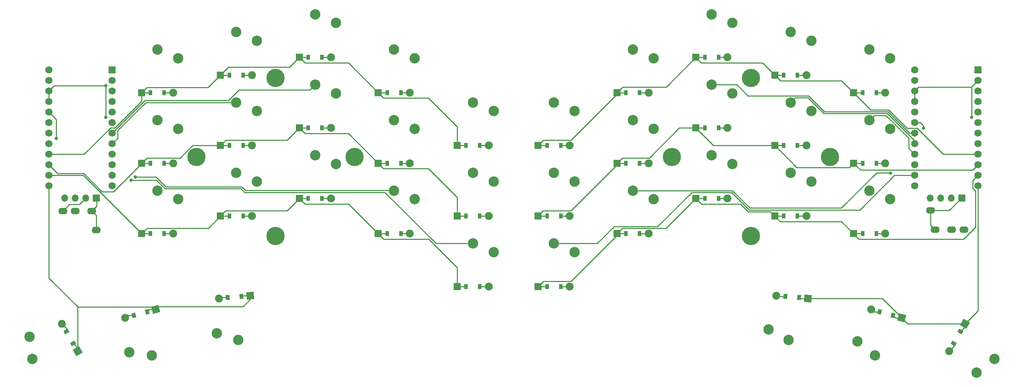
<source format=gbr>
%TF.GenerationSoftware,KiCad,Pcbnew,(6.0.4)*%
%TF.CreationDate,2022-07-03T23:33:08-04:00*%
%TF.ProjectId,glitch36,676c6974-6368-4333-962e-6b696361645f,v1.0.0*%
%TF.SameCoordinates,Original*%
%TF.FileFunction,Copper,L1,Top*%
%TF.FilePolarity,Positive*%
%FSLAX46Y46*%
G04 Gerber Fmt 4.6, Leading zero omitted, Abs format (unit mm)*
G04 Created by KiCad (PCBNEW (6.0.4)) date 2022-07-03 23:33:08*
%MOMM*%
%LPD*%
G01*
G04 APERTURE LIST*
G04 Aperture macros list*
%AMRotRect*
0 Rectangle, with rotation*
0 The origin of the aperture is its center*
0 $1 length*
0 $2 width*
0 $3 Rotation angle, in degrees counterclockwise*
0 Add horizontal line*
21,1,$1,$2,0,0,$3*%
G04 Aperture macros list end*
%TA.AperFunction,ComponentPad*%
%ADD10C,2.500000*%
%TD*%
%TA.AperFunction,SMDPad,CuDef*%
%ADD11R,0.900000X1.200000*%
%TD*%
%TA.AperFunction,ComponentPad*%
%ADD12C,1.905000*%
%TD*%
%TA.AperFunction,ComponentPad*%
%ADD13R,1.778000X1.778000*%
%TD*%
%TA.AperFunction,SMDPad,CuDef*%
%ADD14RotRect,0.900000X1.200000X175.000000*%
%TD*%
%TA.AperFunction,ComponentPad*%
%ADD15RotRect,1.778000X1.778000X175.000000*%
%TD*%
%TA.AperFunction,SMDPad,CuDef*%
%ADD16RotRect,0.900000X1.200000X165.000000*%
%TD*%
%TA.AperFunction,ComponentPad*%
%ADD17RotRect,1.778000X1.778000X165.000000*%
%TD*%
%TA.AperFunction,SMDPad,CuDef*%
%ADD18RotRect,0.900000X1.200000X240.000000*%
%TD*%
%TA.AperFunction,ComponentPad*%
%ADD19RotRect,1.778000X1.778000X240.000000*%
%TD*%
%TA.AperFunction,SMDPad,CuDef*%
%ADD20RotRect,0.900000X1.200000X185.000000*%
%TD*%
%TA.AperFunction,ComponentPad*%
%ADD21RotRect,1.778000X1.778000X185.000000*%
%TD*%
%TA.AperFunction,SMDPad,CuDef*%
%ADD22RotRect,0.900000X1.200000X195.000000*%
%TD*%
%TA.AperFunction,ComponentPad*%
%ADD23RotRect,1.778000X1.778000X195.000000*%
%TD*%
%TA.AperFunction,SMDPad,CuDef*%
%ADD24RotRect,0.900000X1.200000X120.000000*%
%TD*%
%TA.AperFunction,ComponentPad*%
%ADD25RotRect,1.778000X1.778000X120.000000*%
%TD*%
%TA.AperFunction,ComponentPad*%
%ADD26R,1.752600X1.752600*%
%TD*%
%TA.AperFunction,ComponentPad*%
%ADD27C,1.752600*%
%TD*%
%TA.AperFunction,ComponentPad*%
%ADD28O,2.200000X1.600000*%
%TD*%
%TA.AperFunction,ComponentPad*%
%ADD29O,1.700000X1.700000*%
%TD*%
%TA.AperFunction,ComponentPad*%
%ADD30R,1.700000X1.700000*%
%TD*%
%TA.AperFunction,ComponentPad*%
%ADD31C,4.400000*%
%TD*%
%TA.AperFunction,ViaPad*%
%ADD32C,0.800000*%
%TD*%
%TA.AperFunction,Conductor*%
%ADD33C,0.250000*%
%TD*%
G04 APERTURE END LIST*
D10*
%TO.P,S1,1*%
%TO.N,pinky_bottom*%
X5000000Y3800000D03*
%TO.P,S1,2*%
%TO.N,B4*%
X0Y5900000D03*
%TD*%
D11*
%TO.P,D1,1*%
%TO.N,B2*%
X-1650000Y-4500000D03*
%TO.P,D1,2*%
%TO.N,pinky_bottom*%
X1650000Y-4500000D03*
D12*
%TO.P,D1,1*%
X3810000Y-4500000D03*
D13*
%TO.P,D1,2*%
%TO.N,B2*%
X-3810000Y-4500000D03*
%TD*%
D10*
%TO.P,S2,1*%
%TO.N,pinky_home*%
X5000000Y20800000D03*
%TO.P,S2,2*%
%TO.N,B4*%
X0Y22900000D03*
%TD*%
D11*
%TO.P,D2,1*%
%TO.N,B3*%
X-1650000Y12500000D03*
%TO.P,D2,2*%
%TO.N,pinky_home*%
X1650000Y12500000D03*
D12*
%TO.P,D2,1*%
X3810000Y12500000D03*
D13*
%TO.P,D2,2*%
%TO.N,B3*%
X-3810000Y12500000D03*
%TD*%
D10*
%TO.P,S3,1*%
%TO.N,pinky_top*%
X5000000Y37800000D03*
%TO.P,S3,2*%
%TO.N,B4*%
X0Y39900000D03*
%TD*%
D11*
%TO.P,D3,1*%
%TO.N,B1*%
X-1650000Y29500000D03*
%TO.P,D3,2*%
%TO.N,pinky_top*%
X1650000Y29500000D03*
D12*
%TO.P,D3,1*%
X3810000Y29500000D03*
D13*
%TO.P,D3,2*%
%TO.N,B1*%
X-3810000Y29500000D03*
%TD*%
D10*
%TO.P,S4,1*%
%TO.N,ring_bottom*%
X24000000Y16550000D03*
%TO.P,S4,2*%
%TO.N,E6*%
X19000000Y18650000D03*
%TD*%
D11*
%TO.P,D4,1*%
%TO.N,B2*%
X17350000Y8250000D03*
%TO.P,D4,2*%
%TO.N,ring_bottom*%
X20650000Y8250000D03*
D12*
%TO.P,D4,1*%
X22810000Y8250000D03*
D13*
%TO.P,D4,2*%
%TO.N,B2*%
X15190000Y8250000D03*
%TD*%
D10*
%TO.P,S5,1*%
%TO.N,ring_home*%
X24000000Y33550000D03*
%TO.P,S5,2*%
%TO.N,E6*%
X19000000Y35650000D03*
%TD*%
D11*
%TO.P,D5,1*%
%TO.N,B3*%
X17350000Y25250000D03*
%TO.P,D5,2*%
%TO.N,ring_home*%
X20650000Y25250000D03*
D12*
%TO.P,D5,1*%
X22810000Y25250000D03*
D13*
%TO.P,D5,2*%
%TO.N,B3*%
X15190000Y25250000D03*
%TD*%
D10*
%TO.P,S6,1*%
%TO.N,ring_top*%
X24000000Y50550000D03*
%TO.P,S6,2*%
%TO.N,E6*%
X19000000Y52650000D03*
%TD*%
D11*
%TO.P,D6,1*%
%TO.N,B1*%
X17350000Y42250000D03*
%TO.P,D6,2*%
%TO.N,ring_top*%
X20650000Y42250000D03*
D12*
%TO.P,D6,1*%
X22810000Y42250000D03*
D13*
%TO.P,D6,2*%
%TO.N,B1*%
X15190000Y42250000D03*
%TD*%
D10*
%TO.P,S7,1*%
%TO.N,middle_bottom*%
X43000000Y25050000D03*
%TO.P,S7,2*%
%TO.N,D4*%
X38000000Y27150000D03*
%TD*%
D11*
%TO.P,D7,1*%
%TO.N,B2*%
X36350000Y16750000D03*
%TO.P,D7,2*%
%TO.N,middle_bottom*%
X39650000Y16750000D03*
D12*
%TO.P,D7,1*%
X41810000Y16750000D03*
D13*
%TO.P,D7,2*%
%TO.N,B2*%
X34190000Y16750000D03*
%TD*%
D10*
%TO.P,S8,1*%
%TO.N,middle_home*%
X43000000Y42050000D03*
%TO.P,S8,2*%
%TO.N,D4*%
X38000000Y44150000D03*
%TD*%
D11*
%TO.P,D8,1*%
%TO.N,B3*%
X36350000Y33750000D03*
%TO.P,D8,2*%
%TO.N,middle_home*%
X39650000Y33750000D03*
D12*
%TO.P,D8,1*%
X41810000Y33750000D03*
D13*
%TO.P,D8,2*%
%TO.N,B3*%
X34190000Y33750000D03*
%TD*%
D10*
%TO.P,S9,1*%
%TO.N,middle_top*%
X43000000Y59050000D03*
%TO.P,S9,2*%
%TO.N,D4*%
X38000000Y61150000D03*
%TD*%
D11*
%TO.P,D9,1*%
%TO.N,B1*%
X36350000Y50750000D03*
%TO.P,D9,2*%
%TO.N,middle_top*%
X39650000Y50750000D03*
D12*
%TO.P,D9,1*%
X41810000Y50750000D03*
D13*
%TO.P,D9,2*%
%TO.N,B1*%
X34190000Y50750000D03*
%TD*%
D10*
%TO.P,S10,1*%
%TO.N,index_bottom*%
X62000000Y20800000D03*
%TO.P,S10,2*%
%TO.N,C6*%
X57000000Y22900000D03*
%TD*%
D11*
%TO.P,D10,1*%
%TO.N,B2*%
X55350000Y12500000D03*
%TO.P,D10,2*%
%TO.N,index_bottom*%
X58650000Y12500000D03*
D12*
%TO.P,D10,1*%
X60810000Y12500000D03*
D13*
%TO.P,D10,2*%
%TO.N,B2*%
X53190000Y12500000D03*
%TD*%
D10*
%TO.P,S11,1*%
%TO.N,index_home*%
X62000000Y37800000D03*
%TO.P,S11,2*%
%TO.N,C6*%
X57000000Y39900000D03*
%TD*%
D11*
%TO.P,D11,1*%
%TO.N,B3*%
X55350000Y29500000D03*
%TO.P,D11,2*%
%TO.N,index_home*%
X58650000Y29500000D03*
D12*
%TO.P,D11,1*%
X60810000Y29500000D03*
D13*
%TO.P,D11,2*%
%TO.N,B3*%
X53190000Y29500000D03*
%TD*%
D10*
%TO.P,S12,1*%
%TO.N,index_top*%
X62000000Y54800000D03*
%TO.P,S12,2*%
%TO.N,C6*%
X57000000Y56900000D03*
%TD*%
D11*
%TO.P,D12,1*%
%TO.N,B1*%
X55350000Y46500000D03*
%TO.P,D12,2*%
%TO.N,index_top*%
X58650000Y46500000D03*
D12*
%TO.P,D12,1*%
X60810000Y46500000D03*
D13*
%TO.P,D12,2*%
%TO.N,B1*%
X53190000Y46500000D03*
%TD*%
D10*
%TO.P,S13,1*%
%TO.N,inner_bottom*%
X81000000Y16550000D03*
%TO.P,S13,2*%
%TO.N,D7*%
X76000000Y18650000D03*
%TD*%
D11*
%TO.P,D13,1*%
%TO.N,B2*%
X74350000Y8250000D03*
%TO.P,D13,2*%
%TO.N,inner_bottom*%
X77650000Y8250000D03*
D12*
%TO.P,D13,1*%
X79810000Y8250000D03*
D13*
%TO.P,D13,2*%
%TO.N,B2*%
X72190000Y8250000D03*
%TD*%
D10*
%TO.P,S14,1*%
%TO.N,inner_home*%
X81000000Y33550000D03*
%TO.P,S14,2*%
%TO.N,D7*%
X76000000Y35650000D03*
%TD*%
D11*
%TO.P,D14,1*%
%TO.N,B3*%
X74350000Y25250000D03*
%TO.P,D14,2*%
%TO.N,inner_home*%
X77650000Y25250000D03*
D12*
%TO.P,D14,1*%
X79810000Y25250000D03*
D13*
%TO.P,D14,2*%
%TO.N,B3*%
X72190000Y25250000D03*
%TD*%
D10*
%TO.P,S15,1*%
%TO.N,inner_top*%
X81000000Y50550000D03*
%TO.P,S15,2*%
%TO.N,D7*%
X76000000Y52650000D03*
%TD*%
D11*
%TO.P,D15,1*%
%TO.N,B1*%
X74350000Y42250000D03*
%TO.P,D15,2*%
%TO.N,inner_top*%
X77650000Y42250000D03*
D12*
%TO.P,D15,1*%
X79810000Y42250000D03*
D13*
%TO.P,D15,2*%
%TO.N,B1*%
X72190000Y42250000D03*
%TD*%
D10*
%TO.P,S16,1*%
%TO.N,outer_thumbs*%
X51687835Y-14849761D03*
%TO.P,S16,2*%
%TO.N,D4*%
X56485781Y-17377549D03*
%TD*%
D14*
%TO.P,D16,1*%
%TO.N,B6*%
X59035922Y-7160931D03*
%TO.P,D16,2*%
%TO.N,outer_thumbs*%
X55748480Y-6873317D03*
D12*
%TO.P,D16,1*%
X53596699Y-6685061D03*
D15*
%TO.P,D16,2*%
%TO.N,B6*%
X61187703Y-7349187D03*
%TD*%
D10*
%TO.P,S17,1*%
%TO.N,middle_thumbs*%
X73088606Y-17738292D03*
%TO.P,S17,2*%
%TO.N,C6*%
X77374716Y-21060831D03*
%TD*%
D16*
%TO.P,D17,1*%
%TO.N,B6*%
X81660212Y-11442254D03*
%TO.P,D17,2*%
%TO.N,middle_thumbs*%
X78472656Y-10588152D03*
D12*
%TO.P,D17,1*%
X76386257Y-10029102D03*
D17*
%TO.P,D17,2*%
%TO.N,B6*%
X83746611Y-12001304D03*
%TD*%
D10*
%TO.P,S18,1*%
%TO.N,inner_thumbs*%
X101794727Y-25237037D03*
%TO.P,S18,2*%
%TO.N,D7*%
X106113380Y-21956910D03*
%TD*%
D18*
%TO.P,D18,1*%
%TO.N,B6*%
X97931715Y-15327968D03*
%TO.P,D18,2*%
%TO.N,inner_thumbs*%
X96281715Y-18185852D03*
D12*
%TO.P,D18,1*%
X95201715Y-20056467D03*
D19*
%TO.P,D18,2*%
%TO.N,B6*%
X99011715Y-13457353D03*
%TD*%
D10*
%TO.P,S19,1*%
%TO.N,mirror_pinky_bottom*%
X-14550000Y3800000D03*
%TO.P,S19,2*%
%TO.N,B2*%
X-19550000Y5900000D03*
%TD*%
D11*
%TO.P,D19,1*%
%TO.N,B4*%
X-21200000Y-4500000D03*
%TO.P,D19,2*%
%TO.N,mirror_pinky_bottom*%
X-17900000Y-4500000D03*
D12*
%TO.P,D19,1*%
X-15740000Y-4500000D03*
D13*
%TO.P,D19,2*%
%TO.N,B4*%
X-23360000Y-4500000D03*
%TD*%
D10*
%TO.P,S20,1*%
%TO.N,mirror_pinky_home*%
X-14550000Y20800000D03*
%TO.P,S20,2*%
%TO.N,B2*%
X-19550000Y22900000D03*
%TD*%
D11*
%TO.P,D20,1*%
%TO.N,E6*%
X-21200000Y12500000D03*
%TO.P,D20,2*%
%TO.N,mirror_pinky_home*%
X-17900000Y12500000D03*
D12*
%TO.P,D20,1*%
X-15740000Y12500000D03*
D13*
%TO.P,D20,2*%
%TO.N,E6*%
X-23360000Y12500000D03*
%TD*%
D10*
%TO.P,S21,1*%
%TO.N,mirror_pinky_top*%
X-14550000Y37800000D03*
%TO.P,S21,2*%
%TO.N,B2*%
X-19550000Y39900000D03*
%TD*%
D11*
%TO.P,D21,1*%
%TO.N,D7*%
X-21200000Y29500000D03*
%TO.P,D21,2*%
%TO.N,mirror_pinky_top*%
X-17900000Y29500000D03*
D12*
%TO.P,D21,1*%
X-15740000Y29500000D03*
D13*
%TO.P,D21,2*%
%TO.N,D7*%
X-23360000Y29500000D03*
%TD*%
D10*
%TO.P,S22,2*%
%TO.N,B3*%
X-38550000Y18650000D03*
%TO.P,S22,1*%
%TO.N,mirror_ring_bottom*%
X-33550000Y16550000D03*
%TD*%
D11*
%TO.P,D22,1*%
%TO.N,B4*%
X-40200000Y8250000D03*
%TO.P,D22,2*%
%TO.N,mirror_ring_bottom*%
X-36900000Y8250000D03*
D12*
%TO.P,D22,1*%
X-34740000Y8250000D03*
D13*
%TO.P,D22,2*%
%TO.N,B4*%
X-42360000Y8250000D03*
%TD*%
D10*
%TO.P,S23,1*%
%TO.N,mirror_ring_home*%
X-33550000Y33550000D03*
%TO.P,S23,2*%
%TO.N,B3*%
X-38550000Y35650000D03*
%TD*%
D11*
%TO.P,D23,1*%
%TO.N,E6*%
X-40200000Y25250000D03*
%TO.P,D23,2*%
%TO.N,mirror_ring_home*%
X-36900000Y25250000D03*
D12*
%TO.P,D23,1*%
X-34740000Y25250000D03*
D13*
%TO.P,D23,2*%
%TO.N,E6*%
X-42360000Y25250000D03*
%TD*%
D10*
%TO.P,S24,1*%
%TO.N,mirror_ring_top*%
X-33550000Y50550000D03*
%TO.P,S24,2*%
%TO.N,B3*%
X-38550000Y52650000D03*
%TD*%
D11*
%TO.P,D24,1*%
%TO.N,D7*%
X-40200000Y42250000D03*
%TO.P,D24,2*%
%TO.N,mirror_ring_top*%
X-36900000Y42250000D03*
D12*
%TO.P,D24,1*%
X-34740000Y42250000D03*
D13*
%TO.P,D24,2*%
%TO.N,D7*%
X-42360000Y42250000D03*
%TD*%
D10*
%TO.P,S25,1*%
%TO.N,mirror_middle_bottom*%
X-52550000Y25050000D03*
%TO.P,S25,2*%
%TO.N,F6*%
X-57550000Y27150000D03*
%TD*%
D11*
%TO.P,D25,1*%
%TO.N,B4*%
X-59200000Y16750000D03*
%TO.P,D25,2*%
%TO.N,mirror_middle_bottom*%
X-55900000Y16750000D03*
D12*
%TO.P,D25,1*%
X-53740000Y16750000D03*
D13*
%TO.P,D25,2*%
%TO.N,B4*%
X-61360000Y16750000D03*
%TD*%
D10*
%TO.P,S26,1*%
%TO.N,mirror_middle_home*%
X-52550000Y42050000D03*
%TO.P,S26,2*%
%TO.N,F6*%
X-57550000Y44150000D03*
%TD*%
D11*
%TO.P,D26,1*%
%TO.N,E6*%
X-59200000Y33750000D03*
%TO.P,D26,2*%
%TO.N,mirror_middle_home*%
X-55900000Y33750000D03*
D12*
%TO.P,D26,1*%
X-53740000Y33750000D03*
D13*
%TO.P,D26,2*%
%TO.N,E6*%
X-61360000Y33750000D03*
%TD*%
D10*
%TO.P,S27,1*%
%TO.N,mirror_middle_top*%
X-52550000Y59050000D03*
%TO.P,S27,2*%
%TO.N,F6*%
X-57550000Y61150000D03*
%TD*%
D11*
%TO.P,D27,1*%
%TO.N,D7*%
X-59200000Y50750000D03*
%TO.P,D27,2*%
%TO.N,mirror_middle_top*%
X-55900000Y50750000D03*
D12*
%TO.P,D27,1*%
X-53740000Y50750000D03*
D13*
%TO.P,D27,2*%
%TO.N,D7*%
X-61360000Y50750000D03*
%TD*%
D10*
%TO.P,S28,1*%
%TO.N,mirror_index_bottom*%
X-71550000Y20800000D03*
%TO.P,S28,2*%
%TO.N,F7*%
X-76550000Y22900000D03*
%TD*%
D11*
%TO.P,D28,1*%
%TO.N,B4*%
X-78200000Y12500000D03*
%TO.P,D28,2*%
%TO.N,mirror_index_bottom*%
X-74900000Y12500000D03*
D12*
%TO.P,D28,1*%
X-72740000Y12500000D03*
D13*
%TO.P,D28,2*%
%TO.N,B4*%
X-80360000Y12500000D03*
%TD*%
D10*
%TO.P,S29,1*%
%TO.N,mirror_index_home*%
X-71550000Y37800000D03*
%TO.P,S29,2*%
%TO.N,F7*%
X-76550000Y39900000D03*
%TD*%
D11*
%TO.P,D29,1*%
%TO.N,E6*%
X-78200000Y29500000D03*
%TO.P,D29,2*%
%TO.N,mirror_index_home*%
X-74900000Y29500000D03*
D12*
%TO.P,D29,1*%
X-72740000Y29500000D03*
D13*
%TO.P,D29,2*%
%TO.N,E6*%
X-80360000Y29500000D03*
%TD*%
D10*
%TO.P,S30,1*%
%TO.N,mirror_index_top*%
X-71550000Y54800000D03*
%TO.P,S30,2*%
%TO.N,F7*%
X-76550000Y56900000D03*
%TD*%
D11*
%TO.P,D30,1*%
%TO.N,D7*%
X-78200000Y46500000D03*
%TO.P,D30,2*%
%TO.N,mirror_index_top*%
X-74900000Y46500000D03*
D12*
%TO.P,D30,1*%
X-72740000Y46500000D03*
D13*
%TO.P,D30,2*%
%TO.N,D7*%
X-80360000Y46500000D03*
%TD*%
D10*
%TO.P,S31,1*%
%TO.N,mirror_inner_bottom*%
X-90550000Y16550000D03*
%TO.P,S31,2*%
%TO.N,B1*%
X-95550000Y18650000D03*
%TD*%
D11*
%TO.P,D31,1*%
%TO.N,B4*%
X-97200000Y8250000D03*
%TO.P,D31,2*%
%TO.N,mirror_inner_bottom*%
X-93900000Y8250000D03*
D12*
%TO.P,D31,1*%
X-91740000Y8250000D03*
D13*
%TO.P,D31,2*%
%TO.N,B4*%
X-99360000Y8250000D03*
%TD*%
D10*
%TO.P,S32,1*%
%TO.N,mirror_inner_home*%
X-90550000Y33550000D03*
%TO.P,S32,2*%
%TO.N,B1*%
X-95550000Y35650000D03*
%TD*%
D11*
%TO.P,D32,1*%
%TO.N,E6*%
X-97200000Y25250000D03*
%TO.P,D32,2*%
%TO.N,mirror_inner_home*%
X-93900000Y25250000D03*
D12*
%TO.P,D32,1*%
X-91740000Y25250000D03*
D13*
%TO.P,D32,2*%
%TO.N,E6*%
X-99360000Y25250000D03*
%TD*%
D10*
%TO.P,S33,1*%
%TO.N,mirror_inner_top*%
X-90550000Y50550000D03*
%TO.P,S33,2*%
%TO.N,B1*%
X-95550000Y52650000D03*
%TD*%
D11*
%TO.P,D33,1*%
%TO.N,D7*%
X-97200000Y42250000D03*
%TO.P,D33,2*%
%TO.N,mirror_inner_top*%
X-93900000Y42250000D03*
D12*
%TO.P,D33,1*%
X-91740000Y42250000D03*
D13*
%TO.P,D33,2*%
%TO.N,D7*%
X-99360000Y42250000D03*
%TD*%
D10*
%TO.P,S34,1*%
%TO.N,mirror_outer_thumbs*%
X-81199782Y-15721319D03*
%TO.P,S34,2*%
%TO.N,F6*%
X-76035781Y-17377549D03*
%TD*%
D20*
%TO.P,D34,1*%
%TO.N,B5*%
X-75298480Y-6873317D03*
%TO.P,D34,2*%
%TO.N,mirror_outer_thumbs*%
X-78585922Y-7160931D03*
D12*
%TO.P,D34,1*%
X-80737703Y-7349187D03*
D21*
%TO.P,D34,2*%
%TO.N,B5*%
X-73146699Y-6685061D03*
%TD*%
D10*
%TO.P,S35,1*%
%TO.N,mirror_middle_thumbs*%
X-102297865Y-20326482D03*
%TO.P,S35,2*%
%TO.N,F7*%
X-96924716Y-21060831D03*
%TD*%
D22*
%TO.P,D35,1*%
%TO.N,B5*%
X-98022656Y-10588152D03*
%TO.P,D35,2*%
%TO.N,mirror_middle_thumbs*%
X-101210212Y-11442254D03*
D12*
%TO.P,D35,1*%
X-103296611Y-12001304D03*
D23*
%TO.P,D35,2*%
%TO.N,B5*%
X-95936257Y-10029102D03*
%TD*%
D10*
%TO.P,S36,1*%
%TO.N,mirror_inner_thumbs*%
X-126344726Y-16576783D03*
%TO.P,S36,2*%
%TO.N,B1*%
X-125663379Y-21956910D03*
%TD*%
D24*
%TO.P,D36,1*%
%TO.N,B5*%
X-115831715Y-18185852D03*
%TO.P,D36,2*%
%TO.N,mirror_inner_thumbs*%
X-117481715Y-15327968D03*
D12*
%TO.P,D36,1*%
X-118561715Y-13457353D03*
D25*
%TO.P,D36,2*%
%TO.N,B5*%
X-114751715Y-20056467D03*
%TD*%
D26*
%TO.P,MCU1,1*%
%TO.N,RAW*%
X102120000Y47720000D03*
D27*
%TO.P,MCU1,2*%
%TO.N,GND*%
X102120000Y45180000D03*
%TO.P,MCU1,3*%
%TO.N,RST*%
X102120000Y42640000D03*
%TO.P,MCU1,4*%
%TO.N,VCC*%
X102120000Y40100000D03*
%TO.P,MCU1,5*%
%TO.N,F4*%
X102120000Y37560000D03*
%TO.P,MCU1,6*%
%TO.N,F5*%
X102120000Y35020000D03*
%TO.P,MCU1,7*%
%TO.N,F6*%
X102120000Y32480000D03*
%TO.P,MCU1,8*%
%TO.N,F7*%
X102120000Y29940000D03*
%TO.P,MCU1,9*%
%TO.N,B1*%
X102120000Y27400000D03*
%TO.P,MCU1,10*%
%TO.N,B3*%
X102120000Y24860000D03*
%TO.P,MCU1,11*%
%TO.N,B2*%
X102120000Y22320000D03*
%TO.P,MCU1,12*%
%TO.N,B6*%
X102120000Y19780000D03*
%TO.P,MCU1,13*%
%TO.N,D3*%
X86880000Y47720000D03*
%TO.P,MCU1,14*%
%TO.N,D2*%
X86880000Y45180000D03*
%TO.P,MCU1,15*%
%TO.N,GND*%
X86880000Y42640000D03*
%TO.P,MCU1,16*%
X86880000Y40100000D03*
%TO.P,MCU1,17*%
%TO.N,D1*%
X86880000Y37560000D03*
%TO.P,MCU1,18*%
%TO.N,D0*%
X86880000Y35020000D03*
%TO.P,MCU1,19*%
%TO.N,D4*%
X86880000Y32480000D03*
%TO.P,MCU1,20*%
%TO.N,C6*%
X86880000Y29940000D03*
%TO.P,MCU1,21*%
%TO.N,D7*%
X86880000Y27400000D03*
%TO.P,MCU1,22*%
%TO.N,E6*%
X86880000Y24860000D03*
%TO.P,MCU1,23*%
%TO.N,B4*%
X86880000Y22320000D03*
%TO.P,MCU1,24*%
%TO.N,B5*%
X86880000Y19780000D03*
%TD*%
D26*
%TO.P,MCU2,1*%
%TO.N,RAW*%
X-106430000Y47720000D03*
D27*
%TO.P,MCU2,2*%
%TO.N,GND*%
X-106430000Y45180000D03*
%TO.P,MCU2,3*%
%TO.N,RST*%
X-106430000Y42640000D03*
%TO.P,MCU2,4*%
%TO.N,VCC*%
X-106430000Y40100000D03*
%TO.P,MCU2,5*%
%TO.N,F4*%
X-106430000Y37560000D03*
%TO.P,MCU2,6*%
%TO.N,F5*%
X-106430000Y35020000D03*
%TO.P,MCU2,7*%
%TO.N,F6*%
X-106430000Y32480000D03*
%TO.P,MCU2,8*%
%TO.N,F7*%
X-106430000Y29940000D03*
%TO.P,MCU2,9*%
%TO.N,B1*%
X-106430000Y27400000D03*
%TO.P,MCU2,10*%
%TO.N,B3*%
X-106430000Y24860000D03*
%TO.P,MCU2,11*%
%TO.N,B2*%
X-106430000Y22320000D03*
%TO.P,MCU2,12*%
%TO.N,B6*%
X-106430000Y19780000D03*
%TO.P,MCU2,13*%
%TO.N,D3*%
X-121670000Y47720000D03*
%TO.P,MCU2,14*%
%TO.N,D2*%
X-121670000Y45180000D03*
%TO.P,MCU2,15*%
%TO.N,GND*%
X-121670000Y42640000D03*
%TO.P,MCU2,16*%
X-121670000Y40100000D03*
%TO.P,MCU2,17*%
%TO.N,D1*%
X-121670000Y37560000D03*
%TO.P,MCU2,18*%
%TO.N,D0*%
X-121670000Y35020000D03*
%TO.P,MCU2,19*%
%TO.N,D4*%
X-121670000Y32480000D03*
%TO.P,MCU2,20*%
%TO.N,C6*%
X-121670000Y29940000D03*
%TO.P,MCU2,21*%
%TO.N,D7*%
X-121670000Y27400000D03*
%TO.P,MCU2,22*%
%TO.N,E6*%
X-121670000Y24860000D03*
%TO.P,MCU2,23*%
%TO.N,B4*%
X-121670000Y22320000D03*
%TO.P,MCU2,24*%
%TO.N,B5*%
X-121670000Y19780000D03*
%TD*%
D28*
%TO.P,REF\u002A\u002A,1*%
%TO.N,GND*%
X90700000Y13850000D03*
%TO.P,REF\u002A\u002A,2*%
X91800000Y9250000D03*
%TO.P,REF\u002A\u002A,3*%
%TO.N,D2*%
X95800000Y9250000D03*
%TO.P,REF\u002A\u002A,4*%
%TO.N,VCC*%
X98800000Y9250000D03*
%TD*%
%TO.P,REF\u002A\u002A,1*%
%TO.N,GND*%
X-110250000Y9150000D03*
%TO.P,REF\u002A\u002A,2*%
X-111350000Y13750000D03*
%TO.P,REF\u002A\u002A,3*%
%TO.N,D2*%
X-115350000Y13750000D03*
%TO.P,REF\u002A\u002A,4*%
%TO.N,VCC*%
X-118350000Y13750000D03*
%TD*%
D29*
%TO.P,OLED1,4*%
%TO.N,D1*%
X90680000Y16850000D03*
%TO.P,OLED1,3*%
%TO.N,D0*%
X93220000Y16850000D03*
%TO.P,OLED1,2*%
%TO.N,VCC*%
X95760000Y16850000D03*
D30*
%TO.P,OLED1,1*%
%TO.N,GND*%
X98300000Y16850000D03*
%TD*%
D29*
%TO.P,OLED2,4*%
%TO.N,D1*%
X-117870000Y16850000D03*
%TO.P,OLED2,3*%
%TO.N,D0*%
X-115330000Y16850000D03*
%TO.P,OLED2,2*%
%TO.N,VCC*%
X-112790000Y16850000D03*
D30*
%TO.P,OLED2,1*%
%TO.N,GND*%
X-110250000Y16850000D03*
%TD*%
D31*
%TO.P,,1*%
%TO.N,N/C*%
X47500000Y45800000D03*
X47500000Y7700000D03*
X28450000Y26750000D03*
X66550000Y26750000D03*
%TD*%
%TO.P,,1*%
%TO.N,N/C*%
X-67050000Y45800000D03*
X-67050000Y7700000D03*
X-86100000Y26750000D03*
X-48000000Y26750000D03*
%TD*%
D32*
%TO.N,GND*%
X100600000Y36300000D03*
%TO.N,D0*%
X89024500Y33700000D03*
%TO.N,E6*%
X81100000Y22875500D03*
%TO.N,GND*%
X-108000000Y43900000D03*
X-108000000Y36300000D03*
%TO.N,D1*%
X-119900000Y31200000D03*
%TO.N,B2*%
X-101900000Y21175500D03*
%TO.N,B3*%
X-100900000Y21900000D03*
%TD*%
D33*
%TO.N,GND*%
X-120410000Y43900000D02*
X-121670000Y42640000D01*
X-108000000Y43900000D02*
X-120410000Y43900000D01*
X-108000000Y43900000D02*
X-108000000Y36300000D01*
X-121670000Y40100000D02*
X-121670000Y42640000D01*
X87840000Y43600000D02*
X86880000Y42640000D01*
X100540000Y43600000D02*
X87840000Y43600000D01*
X102120000Y45180000D02*
X100540000Y43600000D01*
X86880000Y42640000D02*
X86880000Y40100000D01*
%TO.N,B5*%
X-121670000Y-2430000D02*
X-121670000Y19780000D01*
X-114700000Y-9400000D02*
X-121670000Y-2430000D01*
X-96565359Y-9400000D02*
X-114700000Y-9400000D01*
X-114751715Y-9400000D02*
X-114751715Y-20056467D01*
X-96565359Y-9400000D02*
X-114751715Y-9400000D01*
X-95936257Y-10029102D02*
X-96565359Y-9400000D01*
%TO.N,D4*%
X85655718Y32480000D02*
X86880000Y32480000D01*
X46725489Y41474511D02*
X61361207Y41474511D01*
X61361207Y41474511D02*
X65161687Y37674031D01*
X80461687Y37674031D02*
X85655718Y32480000D01*
X44050000Y44150000D02*
X46725489Y41474511D01*
X38000000Y44150000D02*
X44050000Y44150000D01*
X65161687Y37674031D02*
X80461687Y37674031D01*
%TO.N,B4*%
X82020000Y22320000D02*
X86880000Y22320000D01*
X73700000Y14000000D02*
X82020000Y22320000D01*
X42799520Y18200480D02*
X47000000Y14000000D01*
X33200480Y18200480D02*
X42799520Y18200480D01*
X24976531Y9976531D02*
X33200480Y18200480D01*
X14489509Y9976531D02*
X24976531Y9976531D01*
X10412978Y5900000D02*
X14489509Y9976531D01*
X0Y5900000D02*
X10412978Y5900000D01*
X47000000Y14000000D02*
X73700000Y14000000D01*
%TO.N,D7*%
X-113208204Y27400000D02*
X-121670000Y27400000D01*
X-106808204Y33800000D02*
X-113208204Y27400000D01*
X-105745718Y33800000D02*
X-106808204Y33800000D01*
X-99360000Y40185718D02*
X-105745718Y33800000D01*
X-99360000Y42250000D02*
X-99360000Y40185718D01*
%TO.N,F6*%
X-98560480Y40349520D02*
X-106430000Y32480000D01*
X-78450480Y40349520D02*
X-98560480Y40349520D01*
X-58799999Y42900001D02*
X-75899999Y42900001D01*
X-75899999Y42900001D02*
X-78450480Y40349520D01*
X-57550000Y44150000D02*
X-58799999Y42900001D01*
%TO.N,B2*%
X101524521Y18575479D02*
X100900000Y19200000D01*
X100900000Y19200000D02*
X100900000Y21100000D01*
X98672989Y6972989D02*
X101524521Y9824521D01*
X73467011Y6972989D02*
X98672989Y6972989D01*
X72190000Y8250000D02*
X73467011Y6972989D01*
X101524521Y9824521D02*
X101524521Y18575479D01*
X100900000Y21100000D02*
X102120000Y22320000D01*
%TO.N,D7*%
X85500000Y28780000D02*
X86880000Y27400000D01*
X80001705Y36774991D02*
X85500000Y31276696D01*
X77124991Y36774991D02*
X80001705Y36774991D01*
X76000000Y35650000D02*
X77124991Y36774991D01*
X85500000Y31276696D02*
X85500000Y28780000D01*
%TO.N,B4*%
X-60010000Y15400000D02*
X-61360000Y16750000D01*
X-49510000Y15400000D02*
X-60010000Y15400000D01*
X-42360000Y8250000D02*
X-49510000Y15400000D01*
%TO.N,B2*%
X-95775500Y21175500D02*
X-101900000Y21175500D01*
X-40725421Y18225421D02*
X-74525421Y18225421D01*
X-28400000Y5900000D02*
X-40725421Y18225421D01*
X-74525421Y18225421D02*
X-75389021Y19089021D01*
X-93689021Y19089021D02*
X-95775500Y21175500D01*
X-19550000Y5900000D02*
X-28400000Y5900000D01*
X-75389021Y19089021D02*
X-93689021Y19089021D01*
%TO.N,B1*%
X54590000Y45100000D02*
X53190000Y46500000D01*
X69340000Y45100000D02*
X54590000Y45100000D01*
X72190000Y42250000D02*
X69340000Y45100000D01*
X87500000Y33700000D02*
X93800000Y27400000D01*
X85071436Y33700000D02*
X87500000Y33700000D01*
X80647885Y38123551D02*
X85071436Y33700000D01*
X76316449Y38123551D02*
X80647885Y38123551D01*
X93800000Y27400000D02*
X102120000Y27400000D01*
X72190000Y42250000D02*
X76316449Y38123551D01*
%TO.N,C6*%
X61175009Y41024991D02*
X64975489Y37224511D01*
X86880000Y30620000D02*
X86880000Y29940000D01*
X58124991Y41024991D02*
X61175009Y41024991D01*
X80275489Y37224511D02*
X86880000Y30620000D01*
X57000000Y39900000D02*
X58124991Y41024991D01*
X64975489Y37224511D02*
X80275489Y37224511D01*
%TO.N,B2*%
X46813802Y13550480D02*
X44964282Y15400000D01*
X44964282Y15400000D02*
X35540000Y15400000D01*
X52139520Y13550480D02*
X46813802Y13550480D01*
X53190000Y12500000D02*
X52139520Y13550480D01*
X35540000Y15400000D02*
X34190000Y16750000D01*
X54490000Y11200000D02*
X53190000Y12500000D01*
X69240000Y11200000D02*
X54490000Y11200000D01*
X72190000Y8250000D02*
X69240000Y11200000D01*
%TO.N,E6*%
X47186198Y14449520D02*
X42985718Y18650000D01*
X69249520Y14449520D02*
X47186198Y14449520D01*
X77734689Y22934689D02*
X69249520Y14449520D01*
X42985718Y18650000D02*
X19000000Y18650000D01*
X81040811Y22934689D02*
X77734689Y22934689D01*
X81100000Y22875500D02*
X81040811Y22934689D01*
%TO.N,B3*%
X73840000Y23600000D02*
X100860000Y23600000D01*
X72190000Y25250000D02*
X73840000Y23600000D01*
X100860000Y23600000D02*
X102120000Y24860000D01*
%TO.N,D0*%
X88280000Y35020000D02*
X86880000Y35020000D01*
X89024500Y34275500D02*
X88280000Y35020000D01*
X89024500Y33700000D02*
X89024500Y34275500D01*
%TO.N,D1*%
X-119900000Y31200000D02*
X-119900000Y35790000D01*
X-119900000Y35790000D02*
X-121670000Y37560000D01*
%TO.N,GND*%
X98225000Y16850000D02*
X98300000Y16850000D01*
X95225000Y13850000D02*
X98225000Y16850000D01*
X90700000Y13850000D02*
X95225000Y13850000D01*
X90700000Y10350000D02*
X90700000Y13850000D01*
X91800000Y9250000D02*
X90700000Y10350000D01*
X100600000Y36300000D02*
X100600000Y43660000D01*
X100600000Y43660000D02*
X102120000Y45180000D01*
%TO.N,F7*%
X-105100000Y31270000D02*
X-106430000Y29940000D01*
X-98374282Y39900000D02*
X-105100000Y33174282D01*
X-105100000Y33174282D02*
X-105100000Y31270000D01*
X-76550000Y39900000D02*
X-98374282Y39900000D01*
%TO.N,B3*%
X-74364282Y18700000D02*
X-38600000Y18700000D01*
X-93502823Y19538541D02*
X-75202823Y19538541D01*
X-38600000Y18700000D02*
X-38550000Y18650000D01*
X-95864282Y21900000D02*
X-93502823Y19538541D01*
X-75202823Y19538541D02*
X-74364282Y18700000D01*
X-100900000Y21900000D02*
X-95864282Y21900000D01*
%TO.N,E6*%
X-113243802Y22769520D02*
X-119579520Y22769520D01*
X-108874282Y18400000D02*
X-113243802Y22769520D01*
X-119579520Y22769520D02*
X-121670000Y24860000D01*
X-106100000Y18400000D02*
X-108874282Y18400000D01*
X-99360000Y25140000D02*
X-106100000Y18400000D01*
X-99360000Y25250000D02*
X-99360000Y25140000D01*
%TO.N,GND*%
X-110200000Y14900000D02*
X-110200000Y16800000D01*
X-110200000Y16800000D02*
X-110250000Y16850000D01*
X-111350000Y13750000D02*
X-110200000Y14900000D01*
%TO.N,VCC*%
X-114340000Y15300000D02*
X-112790000Y16850000D01*
X-116800000Y15300000D02*
X-114340000Y15300000D01*
X-118350000Y13750000D02*
X-116800000Y15300000D01*
%TO.N,B6*%
X102120000Y-10349068D02*
X102120000Y19780000D01*
X99011715Y-13457353D02*
X102120000Y-10349068D01*
%TO.N,GND*%
X-110250000Y12650000D02*
X-111350000Y13750000D01*
X-110250000Y9150000D02*
X-110250000Y12650000D01*
%TO.N,B4*%
X-99360000Y8250000D02*
X-113430000Y22320000D01*
X-113430000Y22320000D02*
X-121670000Y22320000D01*
X-41010000Y6900000D02*
X-42360000Y8250000D01*
X-30216992Y6900000D02*
X-41010000Y6900000D01*
X-23360000Y-4500000D02*
X-23360000Y43008D01*
X-23360000Y43008D02*
X-30216992Y6900000D01*
X-98010000Y9600000D02*
X-99360000Y8250000D01*
X-83260000Y9600000D02*
X-98010000Y9600000D01*
X-80360000Y12500000D02*
X-83260000Y9600000D01*
%TO.N,E6*%
X-98082989Y26527011D02*
X-99360000Y25250000D01*
X-90056485Y26527011D02*
X-98082989Y26527011D01*
X-87083496Y29500000D02*
X-90056485Y26527011D01*
X-80360000Y29500000D02*
X-87083496Y29500000D01*
X-79060000Y30800000D02*
X-80360000Y29500000D01*
X-64310000Y30800000D02*
X-79060000Y30800000D01*
X-61360000Y33750000D02*
X-64310000Y30800000D01*
X-49510000Y32400000D02*
X-60010000Y32400000D01*
X-60010000Y32400000D02*
X-61360000Y33750000D01*
X-42360000Y25250000D02*
X-49510000Y32400000D01*
%TO.N,D7*%
X-60010000Y49400000D02*
X-61360000Y50750000D01*
X-49510000Y49400000D02*
X-60010000Y49400000D01*
X-42360000Y42250000D02*
X-49510000Y49400000D01*
X-63710000Y48400000D02*
X-78460000Y48400000D01*
X-61360000Y50750000D02*
X-63710000Y48400000D01*
X-78460000Y48400000D02*
X-80360000Y46500000D01*
X-98082989Y43527011D02*
X-99360000Y42250000D01*
X-83332989Y43527011D02*
X-98082989Y43527011D01*
X-80360000Y46500000D02*
X-83332989Y43527011D01*
%TO.N,B6*%
X79094494Y-7349187D02*
X61187703Y-7349187D01*
X83746611Y-12001304D02*
X79094494Y-7349187D01*
X85202660Y-13457353D02*
X83746611Y-12001304D01*
X99011715Y-13457353D02*
X85202660Y-13457353D01*
%TO.N,B1*%
X-2532989Y30777011D02*
X-3810000Y29500000D01*
X15190000Y41890000D02*
X4077011Y30777011D01*
X4077011Y30777011D02*
X-2532989Y30777011D01*
X15190000Y42250000D02*
X15190000Y41890000D01*
%TO.N,B3*%
X4077011Y13777011D02*
X-2532989Y13777011D01*
X15190000Y24890000D02*
X4077011Y13777011D01*
X-2532989Y13777011D02*
X-3810000Y12500000D01*
X15190000Y25250000D02*
X15190000Y24890000D01*
%TO.N,B2*%
X4077011Y-3222989D02*
X-2532989Y-3222989D01*
X-2532989Y-3222989D02*
X-3810000Y-4500000D01*
X15190000Y7890000D02*
X4077011Y-3222989D01*
X15190000Y8250000D02*
X15190000Y7890000D01*
X26967011Y9527011D02*
X16467011Y9527011D01*
X34190000Y16750000D02*
X26967011Y9527011D01*
X16467011Y9527011D02*
X15190000Y8250000D01*
%TO.N,B3*%
X16467011Y26527011D02*
X15190000Y25250000D01*
X30233008Y33750000D02*
X23010019Y26527011D01*
X23010019Y26527011D02*
X16467011Y26527011D01*
X34190000Y33750000D02*
X30233008Y33750000D01*
X38440000Y29500000D02*
X34190000Y33750000D01*
X53190000Y29500000D02*
X38440000Y29500000D01*
X58464511Y24225489D02*
X53190000Y29500000D01*
X71165489Y24225489D02*
X58464511Y24225489D01*
X72190000Y25250000D02*
X71165489Y24225489D01*
%TO.N,B1*%
X16540000Y43600000D02*
X15190000Y42250000D01*
X27040000Y43600000D02*
X16540000Y43600000D01*
X34190000Y50750000D02*
X27040000Y43600000D01*
X35467011Y49472989D02*
X34190000Y50750000D01*
X50217011Y49472989D02*
X35467011Y49472989D01*
X53190000Y46500000D02*
X50217011Y49472989D01*
%TO.N,B5*%
X-95210392Y-9303237D02*
X-95936257Y-10029102D01*
X-74872479Y-9303237D02*
X-95210392Y-9303237D01*
X-73146699Y-7577457D02*
X-74872479Y-9303237D01*
X-73146699Y-6685061D02*
X-73146699Y-7577457D01*
%TO.N,B4*%
X-79082989Y13777011D02*
X-80360000Y12500000D01*
X-61360000Y16750000D02*
X-64332989Y13777011D01*
X-64332989Y13777011D02*
X-79082989Y13777011D01*
%TO.N,E6*%
X-41082989Y23972989D02*
X-42360000Y25250000D01*
X-23360000Y17043008D02*
X-30289981Y23972989D01*
X-23360000Y12500000D02*
X-23360000Y17043008D01*
X-30289981Y23972989D02*
X-41082989Y23972989D01*
%TO.N,D7*%
X-41082989Y40972989D02*
X-42360000Y42250000D01*
X-30289981Y40972989D02*
X-41082989Y40972989D01*
X-23360000Y29500000D02*
X-23360000Y34043008D01*
X-23360000Y34043008D02*
X-30289981Y40972989D01*
%TO.N,mirror_inner_thumbs*%
X-117481715Y-14537353D02*
X-118561715Y-13457353D01*
X-117481715Y-15327968D02*
X-117481715Y-14537353D01*
%TO.N,B5*%
X-114751715Y-20056467D02*
X-114751715Y-19265852D01*
X-114751715Y-19265852D02*
X-115831715Y-18185852D01*
%TO.N,mirror_middle_thumbs*%
X-102737561Y-11442254D02*
X-103296611Y-12001304D01*
X-101210212Y-11442254D02*
X-102737561Y-11442254D01*
%TO.N,B5*%
X-97463606Y-10029102D02*
X-98022656Y-10588152D01*
X-95936257Y-10029102D02*
X-97463606Y-10029102D01*
%TO.N,mirror_outer_thumbs*%
X-80549447Y-7160931D02*
X-80737703Y-7349187D01*
X-78585922Y-7160931D02*
X-80549447Y-7160931D01*
%TO.N,B5*%
X-73146699Y-6685061D02*
X-75110224Y-6685061D01*
X-75110224Y-6685061D02*
X-75298480Y-6873317D01*
%TO.N,B4*%
X-97200000Y8250000D02*
X-99360000Y8250000D01*
%TO.N,mirror_inner_bottom*%
X-91740000Y8250000D02*
X-93900000Y8250000D01*
%TO.N,mirror_inner_home*%
X-91740000Y25250000D02*
X-93900000Y25250000D01*
%TO.N,E6*%
X-97200000Y25250000D02*
X-99360000Y25250000D01*
%TO.N,D7*%
X-97200000Y42250000D02*
X-99360000Y42250000D01*
%TO.N,mirror_inner_top*%
X-91740000Y42250000D02*
X-93900000Y42250000D01*
%TO.N,D7*%
X-78200000Y46500000D02*
X-80360000Y46500000D01*
%TO.N,mirror_index_top*%
X-72740000Y46500000D02*
X-74900000Y46500000D01*
%TO.N,E6*%
X-78200000Y29500000D02*
X-80360000Y29500000D01*
%TO.N,mirror_index_home*%
X-72740000Y29500000D02*
X-74900000Y29500000D01*
%TO.N,B4*%
X-78200000Y12500000D02*
X-80360000Y12500000D01*
%TO.N,mirror_index_bottom*%
X-72740000Y12500000D02*
X-74900000Y12500000D01*
%TO.N,mirror_middle_bottom*%
X-53740000Y16750000D02*
X-55900000Y16750000D01*
%TO.N,B4*%
X-59200000Y16750000D02*
X-61360000Y16750000D01*
%TO.N,mirror_middle_home*%
X-53740000Y33750000D02*
X-55900000Y33750000D01*
%TO.N,E6*%
X-59200000Y33750000D02*
X-61360000Y33750000D01*
%TO.N,D7*%
X-59200000Y50750000D02*
X-61360000Y50750000D01*
%TO.N,mirror_middle_top*%
X-53740000Y50750000D02*
X-55900000Y50750000D01*
%TO.N,D7*%
X-40200000Y42250000D02*
X-42360000Y42250000D01*
%TO.N,mirror_ring_top*%
X-34740000Y42250000D02*
X-36900000Y42250000D01*
%TO.N,E6*%
X-40200000Y25250000D02*
X-42360000Y25250000D01*
%TO.N,mirror_ring_home*%
X-34740000Y25250000D02*
X-36900000Y25250000D01*
%TO.N,B4*%
X-40200000Y8250000D02*
X-42360000Y8250000D01*
%TO.N,mirror_ring_bottom*%
X-34740000Y8250000D02*
X-36900000Y8250000D01*
%TO.N,mirror_pinky_top*%
X-15740000Y29500000D02*
X-17900000Y29500000D01*
%TO.N,D7*%
X-21200000Y29500000D02*
X-23360000Y29500000D01*
%TO.N,mirror_pinky_home*%
X-17900000Y12500000D02*
X-15740000Y12500000D01*
%TO.N,E6*%
X-23360000Y12500000D02*
X-21200000Y12500000D01*
%TO.N,B4*%
X-21200000Y-4500000D02*
X-23360000Y-4500000D01*
%TO.N,mirror_pinky_bottom*%
X-15740000Y-4500000D02*
X-17900000Y-4500000D01*
%TO.N,outer_thumbs*%
X53784955Y-6873317D02*
X53596699Y-6685061D01*
X55748480Y-6873317D02*
X53784955Y-6873317D01*
%TO.N,B6*%
X59224178Y-7349187D02*
X59035922Y-7160931D01*
X61187703Y-7349187D02*
X59224178Y-7349187D01*
%TO.N,middle_thumbs*%
X76945307Y-10588152D02*
X76386257Y-10029102D01*
X78472656Y-10588152D02*
X76945307Y-10588152D01*
%TO.N,B6*%
X82219262Y-12001304D02*
X81660212Y-11442254D01*
X83746611Y-12001304D02*
X82219262Y-12001304D01*
%TO.N,inner_thumbs*%
X96281715Y-18185852D02*
X96281715Y-18976467D01*
X96281715Y-18976467D02*
X95201715Y-20056467D01*
%TO.N,B6*%
X99011715Y-14247968D02*
X97931715Y-15327968D01*
X99011715Y-13457353D02*
X99011715Y-14247968D01*
%TO.N,inner_top*%
X77650000Y42250000D02*
X79810000Y42250000D01*
%TO.N,B1*%
X72190000Y42250000D02*
X74350000Y42250000D01*
%TO.N,B3*%
X74350000Y25250000D02*
X72190000Y25250000D01*
%TO.N,inner_home*%
X79810000Y25250000D02*
X77650000Y25250000D01*
%TO.N,inner_bottom*%
X77650000Y8250000D02*
X79810000Y8250000D01*
%TO.N,B2*%
X72190000Y8250000D02*
X74350000Y8250000D01*
%TO.N,index_bottom*%
X58650000Y12500000D02*
X60810000Y12500000D01*
%TO.N,B2*%
X53190000Y12500000D02*
X55350000Y12500000D01*
%TO.N,B3*%
X55350000Y29500000D02*
X53190000Y29500000D01*
%TO.N,index_home*%
X60810000Y29500000D02*
X58650000Y29500000D01*
%TO.N,index_top*%
X58650000Y46500000D02*
X60810000Y46500000D01*
%TO.N,B1*%
X53190000Y46500000D02*
X55350000Y46500000D01*
%TO.N,middle_top*%
X39650000Y50750000D02*
X41810000Y50750000D01*
%TO.N,B1*%
X36350000Y50750000D02*
X34190000Y50750000D01*
%TO.N,B3*%
X36350000Y33750000D02*
X34190000Y33750000D01*
%TO.N,middle_home*%
X41810000Y33750000D02*
X39650000Y33750000D01*
%TO.N,middle_bottom*%
X39650000Y16750000D02*
X41810000Y16750000D01*
%TO.N,B2*%
X34190000Y16750000D02*
X36350000Y16750000D01*
%TO.N,ring_top*%
X20650000Y42250000D02*
X22810000Y42250000D01*
%TO.N,B1*%
X15190000Y42250000D02*
X17350000Y42250000D01*
%TO.N,B3*%
X17350000Y25250000D02*
X15190000Y25250000D01*
%TO.N,ring_home*%
X22810000Y25250000D02*
X20650000Y25250000D01*
%TO.N,ring_bottom*%
X20650000Y8250000D02*
X22810000Y8250000D01*
%TO.N,B2*%
X15190000Y8250000D02*
X17350000Y8250000D01*
X-1650000Y-4500000D02*
X-3810000Y-4500000D01*
%TO.N,pinky_bottom*%
X3810000Y-4500000D02*
X1650000Y-4500000D01*
%TO.N,pinky_home*%
X1650000Y12500000D02*
X3810000Y12500000D01*
%TO.N,B3*%
X-3810000Y12500000D02*
X-1650000Y12500000D01*
%TO.N,pinky_top*%
X1650000Y29500000D02*
X3810000Y29500000D01*
%TO.N,B1*%
X-3810000Y29500000D02*
X-1650000Y29500000D01*
%TD*%
M02*

</source>
